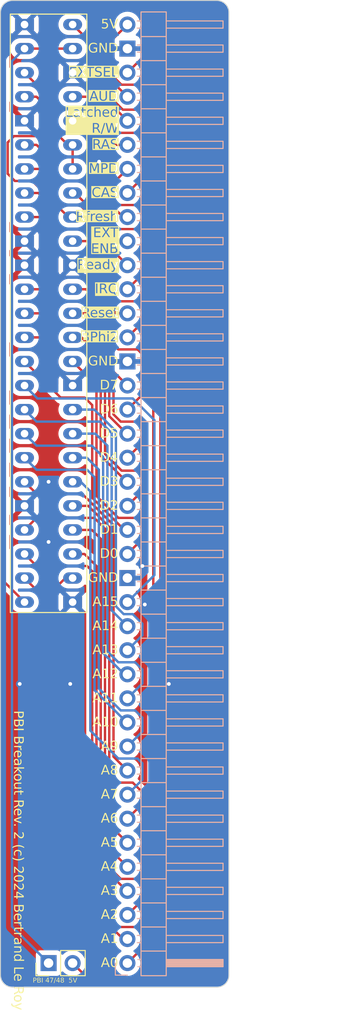
<source format=kicad_pcb>
(kicad_pcb (version 20221018) (generator pcbnew)
  (title_block (title "PBI Adapter XL") (date "2024-02-11") (rev "2"))
  (layers (0 "F.Cu" signal) (31 "B.Cu" signal) (34 "B.Paste" user) (35 "F.Paste" user) (36 "B.SilkS" user "B.Silkscreen") (37 "F.SilkS" user "F.Silkscreen") (38 "B.Mask" user) (39 "F.Mask" user) (44 "Edge.Cuts" user))
  (net 0 "")
  (net 1 "GND")
  (net 2 "{slash}EXTSEL")
  (net 3 "A0")
  (net 4 "A1")
  (net 5 "A2")
  (net 6 "A3")
  (net 7 "A4")
  (net 8 "A5")
  (net 9 "A6")
  (net 10 "A7")
  (net 11 "A8")
  (net 12 "A9")
  (net 13 "A10")
  (net 14 "A11")
  (net 15 "A12")
  (net 16 "A13")
  (net 17 "A14")
  (net 18 "A15")
  (net 19 "D0")
  (net 20 "D1")
  (net 21 "D2")
  (net 22 "D3")
  (net 23 "D4")
  (net 24 "D5")
  (net 25 "D6")
  (net 26 "D7")
  (net 27 "BPhi2 Buffered Phase 2")
  (net 28 "Reserved")
  (net 29 "{slash}RST Reset")
  (net 30 "{slash}IRQ Interrupt Request")
  (net 31 "RDY Ready")
  (net 32 "EXTENB External Decoder Enable")
  (net 33 "{slash}REF Refresh")
  (net 34 "{slash}CAS Column Address Strobe")
  (net 35 "{slash}MPD Math Pack Disable")
  (net 36 "{slash}RAS Row Address Strobe")
  (net 37 "LR{slash}W Latched Read{slash}Write")
  (net 38 "5V 600XL {slash} Reserved 800XL")
  (net 39 "AUDIO in")
  (net 40 "5V")
  (footprint "Connector_PinHeader_2.54mm:PinHeader_1x02_P2.54mm_Vertical" (layer "F.Cu") (at 132.08 133.35 90)
    (fp_text reference "JP1" hide)
    (fp_text value "Jumper_2_Open" hide)
    (pad "1" thru_hole rect (at 0 0 90) (size 1.7 1.7) (drill 1) (layers "*.Cu" "*.Mask") (net 38 "5V 600XL {slash} Reserved 800XL"))
    (pad "2" thru_hole oval (at 0 2.54 90) (size 1.7 1.7) (drill 1) (layers "*.Cu" "*.Mask") (net 40 "5V"))
  )
  (footprint "bullet-time:PBI Edge Connector" (layer "F.Cu") (at 132.08 64.77 -90)
    (fp_text reference "J1" hide)
    (fp_text value "PBI" hide)
    (pad "1" thru_hole rect (at 30.48 -2.54 270) (size 1.2 2) (drill 0.8) (layers "*.Cu" "*.Mask") (net 1 "GND"))
    (pad "2" thru_hole oval (at 30.48 2.54 270) (size 1.2 2) (drill 0.8) (layers "*.Cu" "*.Mask") (net 2 "{slash}EXTSEL"))
    (pad "3" thru_hole oval (at 27.94 -2.54 270) (size 1.2 2) (drill 0.8) (layers "*.Cu" "*.Mask") (net 3 "A0"))
    (pad "4" thru_hole oval (at 27.94 2.54 270) (size 1.2 2) (drill 0.8) (layers "*.Cu" "*.Mask") (net 4 "A1"))
    (pad "5" thru_hole oval (at 25.4 -2.54 270) (size 1.2 2) (drill 0.8) (layers "*.Cu" "*.Mask") (net 5 "A2"))
    (pad "6" thru_hole oval (at 25.4 2.54 270) (size 1.2 2) (drill 0.8) (layers "*.Cu" "*.Mask") (net 6 "A3"))
    (pad "7" thru_hole oval (at 22.86 -2.54 270) (size 1.2 2) (drill 0.8) (layers "*.Cu" "*.Mask") (net 7 "A4"))
    (pad "8" thru_hole oval (at 22.86 2.54 270) (size 1.2 2) (drill 0.8) (layers "*.Cu" "*.Mask") (net 8 "A5"))
    (pad "9" thru_hole oval (at 20.32 -2.54 270) (size 1.2 2) (drill 0.8) (layers "*.Cu" "*.Mask") (net 9 "A6"))
    (pad "10" thru_hole rect (at 20.32 2.54 270) (size 1.2 2) (drill 0.8) (layers "*.Cu" "*.Mask") (net 1 "GND"))
    (pad "11" thru_hole oval (at 17.78 -2.54 270) (size 1.2 2) (drill 0.8) (layers "*.Cu" "*.Mask") (net 10 "A7"))
    (pad "12" thru_hole oval (at 17.78 2.54 270) (size 1.2 2) (drill 0.8) (layers "*.Cu" "*.Mask") (net 11 "A8"))
    (pad "13" thru_hole oval (at 15.24 -2.54 270) (size 1.2 2) (drill 0.8) (layers "*.Cu" "*.Mask") (net 12 "A9"))
    (pad "14" thru_hole oval (at 15.24 2.54 270) (size 1.2 2) (drill 0.8) (layers "*.Cu" "*.Mask") (net 13 "A10"))
    (pad "15" thru_hole oval (at 12.7 -2.54 270) (size 1.2 2) (drill 0.8) (layers "*.Cu" "*.Mask") (net 14 "A11"))
    (pad "16" thru_hole oval (at 12.7 2.54 270) (size 1.2 2) (drill 0.8) (layers "*.Cu" "*.Mask") (net 15 "A12"))
    (pad "17" thru_hole oval (at 10.16 -2.54 270) (size 1.2 2) (drill 0.8) (layers "*.Cu" "*.Mask") (net 16 "A13"))
    (pad "18" thru_hole oval (at 10.16 2.54 270) (size 1.2 2) (drill 0.8) (layers "*.Cu" "*.Mask") (net 17 "A14"))
    (pad "19" thru_hole rect (at 7.62 -2.54 270) (size 1.2 2) (drill 0.8) (layers "*.Cu" "*.Mask") (net 1 "GND"))
    (pad "20" thru_hole oval (at 7.62 2.54 270) (size 1.2 2) (drill 0.8) (layers "*.Cu" "*.Mask") (net 18 "A15"))
    (pad "21" thru_hole oval (at 5.08 -2.54 270) (size 1.2 2) (drill 0.8) (layers "*.Cu" "*.Mask") (net 19 "D0"))
    (pad "22" thru_hole oval (at 5.08 2.54 270) (size 1.2 2) (drill 0.8) (layers "*.Cu" "*.Mask") (net 20 "D1"))
    (pad "23" thru_hole oval (at 2.54 -2.54 270) (size 1.2 2) (drill 0.8) (layers "*.Cu" "*.Mask") (net 21 "D2"))
    (pad "24" thru_hole oval (at 2.54 2.54 270) (size 1.2 2) (drill 0.8) (layers "*.Cu" "*.Mask") (net 22 "D3"))
    (pad "25" thru_hole oval (at 0 -2.54 270) (size 1.2 2) (drill 0.8) (layers "*.Cu" "*.Mask") (net 23 "D4"))
    (pad "26" thru_hole oval (at 0 2.54 270) (size 1.2 2) (drill 0.8) (layers "*.Cu" "*.Mask") (net 24 "D5"))
    (pad "27" thru_hole oval (at -2.54 -2.54 270) (size 1.2 2) (drill 0.8) (layers "*.Cu" "*.Mask") (net 25 "D6"))
    (pad "28" thru_hole oval (at -2.54 2.54 270) (size 1.2 2) (drill 0.8) (layers "*.Cu" "*.Mask") (net 26 "D7"))
    (pad "29" thru_hole rect (at -5.08 -2.54 270) (size 1.2 2) (drill 0.8) (layers "*.Cu" "*.Mask") (net 1 "GND"))
    (pad "30" thru_hole rect (at -5.08 2.54 270) (size 1.2 2) (drill 0.8) (layers "*.Cu" "*.Mask") (net 1 "GND"))
    (pad "31" thru_hole oval (at -7.62 -2.54 270) (size 1.2 2) (drill 0.8) (layers "*.Cu" "*.Mask") (net 27 "BPhi2 Buffered Phase 2"))
    (pad "32" thru_hole rect (at -7.62 2.54 270) (size 1.2 2) (drill 0.8) (layers "*.Cu" "*.Mask") (net 1 "GND"))
    (pad "33" thru_hole oval (at -10.16 -2.54 270) (size 1.2 2) (drill 0.8) (layers "*.Cu" "*.Mask") (net 28 "Reserved"))
    (pad "34" thru_hole oval (at -10.16 2.54 270) (size 1.2 2) (drill 0.8) (layers "*.Cu" "*.Mask") (net 29 "{slash}RST Reset"))
    (pad "35" thru_hole oval (at -12.7 -2.54 270) (size 1.2 2) (drill 0.8) (layers "*.Cu" "*.Mask") (net 30 "{slash}IRQ Interrupt Request"))
    (pad "36" thru_hole oval (at -12.7 2.54 270) (size 1.2 2) (drill 0.8) (layers "*.Cu" "*.Mask") (net 31 "RDY Ready"))
    (pad "37" thru_hole oval (at -15.24 -2.54 270) (size 1.2 2) (drill 0.8) (layers "*.Cu" "*.Mask") (net 28 "Reserved"))
    (pad "38" thru_hole oval (at -15.24 2.54 270) (size 1.2 2) (drill 0.8) (layers "*.Cu" "*.Mask") (net 32 "EXTENB External Decoder Enable"))
    (pad "39" thru_hole oval (at -17.78 -2.54 270) (size 1.2 2) (drill 0.8) (layers "*.Cu" "*.Mask") (net 28 "Reserved"))
    (pad "40" thru_hole oval (at -17.78 2.54 270) (size 1.2 2) (drill 0.8) (layers "*.Cu" "*.Mask") (net 33 "{slash}REF Refresh"))
    (pad "41" thru_hole oval (at -20.32 -2.54 270) (size 1.2 2) (drill 0.8) (layers "*.Cu" "*.Mask") (net 34 "{slash}CAS Column Address Strobe"))
    (pad "42" thru_hole rect (at -20.32 2.54 270) (size 1.2 2) (drill 0.8) (layers "*.Cu" "*.Mask") (net 1 "GND"))
    (pad "43" thru_hole oval (at -22.86 -2.54 270) (size 1.2 2) (drill 0.8) (layers "*.Cu" "*.Mask") (net 35 "{slash}MPD Math Pack Disable"))
    (pad "44" thru_hole oval (at -22.86 2.54 270) (size 1.2 2) (drill 0.8) (layers "*.Cu" "*.Mask") (net 36 "{slash}RAS Row Address Strobe"))
    (pad "45" thru_hole rect (at -25.4 -2.54 270) (size 1.2 2) (drill 0.8) (layers "*.Cu" "*.Mask") (net 1 "GND"))
    (pad "46" thru_hole oval (at -25.4 2.54 270) (size 1.2 2) (drill 0.8) (layers "*.Cu" "*.Mask") (net 37 "LR{slash}W Latched Read{slash}Write"))
    (pad "47" thru_hole oval (at -27.94 -2.54 270) (size 1.2 2) (drill 0.8) (layers "*.Cu" "*.Mask") (net 38 "5V 600XL {slash} Reserved 800XL"))
    (pad "48" thru_hole oval (at -27.94 2.54 270) (size 1.2 2) (drill 0.8) (layers "*.Cu" "*.Mask") (net 38 "5V 600XL {slash} Reserved 800XL"))
    (pad "49" thru_hole oval (at -30.48 -2.54 270) (size 1.2 2) (drill 0.8) (layers "*.Cu" "*.Mask") (net 39 "AUDIO in"))
    (pad "50" thru_hole rect (at -30.48 2.54 270) (size 1.2 2) (drill 0.8) (layers "*.Cu" "*.Mask") (net 1 "GND"))
  )
  (footprint "Connector_PinHeader_2.54mm:PinHeader_1x40_P2.54mm_Horizontal" (layer "B.Cu") (at 140.405 133.35)
    (fp_text reference "J3" hide)
    (fp_text value "Breakout" hide)
    (pad "1" thru_hole circle (at 0 0) (size 1.7 1.7) (drill 1) (layers "*.Cu" "*.Mask") (net 3 "A0"))
    (pad "2" thru_hole oval (at 0 -2.54) (size 1.7 1.7) (drill 1) (layers "*.Cu" "*.Mask") (net 4 "A1"))
    (pad "3" thru_hole oval (at 0 -5.08) (size 1.7 1.7) (drill 1) (layers "*.Cu" "*.Mask") (net 5 "A2"))
    (pad "4" thru_hole oval (at 0 -7.62) (size 1.7 1.7) (drill 1) (layers "*.Cu" "*.Mask") (net 6 "A3"))
    (pad "5" thru_hole oval (at 0 -10.16) (size 1.7 1.7) (drill 1) (layers "*.Cu" "*.Mask") (net 7 "A4"))
    (pad "6" thru_hole oval (at 0 -12.7) (size 1.7 1.7) (drill 1) (layers "*.Cu" "*.Mask") (net 8 "A5"))
    (pad "7" thru_hole oval (at 0 -15.24) (size 1.7 1.7) (drill 1) (layers "*.Cu" "*.Mask") (net 9 "A6"))
    (pad "8" thru_hole oval (at 0 -17.78) (size 1.7 1.7) (drill 1) (layers "*.Cu" "*.Mask") (net 10 "A7"))
    (pad "9" thru_hole oval (at 0 -20.32) (size 1.7 1.7) (drill 1) (layers "*.Cu" "*.Mask") (net 11 "A8"))
    (pad "10" thru_hole oval (at 0 -22.86) (size 1.7 1.7) (drill 1) (layers "*.Cu" "*.Mask") (net 12 "A9"))
    (pad "11" thru_hole oval (at 0 -25.4) (size 1.7 1.7) (drill 1) (layers "*.Cu" "*.Mask") (net 13 "A10"))
    (pad "12" thru_hole oval (at 0 -27.94) (size 1.7 1.7) (drill 1) (layers "*.Cu" "*.Mask") (net 14 "A11"))
    (pad "13" thru_hole oval (at 0 -30.48) (size 1.7 1.7) (drill 1) (layers "*.Cu" "*.Mask") (net 15 "A12"))
    (pad "14" thru_hole oval (at 0 -33.02) (size 1.7 1.7) (drill 1) (layers "*.Cu" "*.Mask") (net 16 "A13"))
    (pad "15" thru_hole oval (at 0 -35.56) (size 1.7 1.7) (drill 1) (layers "*.Cu" "*.Mask") (net 17 "A14"))
    (pad "16" thru_hole oval (at 0 -38.1) (size 1.7 1.7) (drill 1) (layers "*.Cu" "*.Mask") (net 18 "A15"))
    (pad "17" thru_hole rect (at 0 -40.64) (size 1.7 1.7) (drill 1) (layers "*.Cu" "*.Mask") (net 1 "GND"))
    (pad "18" thru_hole oval (at 0 -43.18) (size 1.7 1.7) (drill 1) (layers "*.Cu" "*.Mask") (net 19 "D0"))
    (pad "19" thru_hole oval (at 0 -45.72) (size 1.7 1.7) (drill 1) (layers "*.Cu" "*.Mask") (net 20 "D1"))
    (pad "20" thru_hole oval (at 0 -48.26) (size 1.7 1.7) (drill 1) (layers "*.Cu" "*.Mask") (net 21 "D2"))
    (pad "21" thru_hole oval (at 0 -50.8) (size 1.7 1.7) (drill 1) (layers "*.Cu" "*.Mask") (net 22 "D3"))
    (pad "22" thru_hole oval (at 0 -53.34) (size 1.7 1.7) (drill 1) (layers "*.Cu" "*.Mask") (net 23 "D4"))
    (pad "23" thru_hole oval (at 0 -55.88) (size 1.7 1.7) (drill 1) (layers "*.Cu" "*.Mask") (net 24 "D5"))
    (pad "24" thru_hole oval (at 0 -58.42) (size 1.7 1.7) (drill 1) (layers "*.Cu" "*.Mask") (net 25 "D6"))
    (pad "25" thru_hole oval (at 0 -60.96) (size 1.7 1.7) (drill 1) (layers "*.Cu" "*.Mask") (net 26 "D7"))
    (pad "26" thru_hole rect (at 0 -63.5) (size 1.7 1.7) (drill 1) (layers "*.Cu" "*.Mask") (net 1 "GND"))
    (pad "27" thru_hole oval (at 0 -66.04) (size 1.7 1.7) (drill 1) (layers "*.Cu" "*.Mask") (net 27 "BPhi2 Buffered Phase 2"))
    (pad "28" thru_hole oval (at 0 -68.58) (size 1.7 1.7) (drill 1) (layers "*.Cu" "*.Mask") (net 29 "{slash}RST Reset"))
    (pad "29" thru_hole oval (at 0 -71.12) (size 1.7 1.7) (drill 1) (layers "*.Cu" "*.Mask") (net 30 "{slash}IRQ Interrupt Request"))
    (pad "30" thru_hole oval (at 0 -73.66) (size 1.7 1.7) (drill 1) (layers "*.Cu" "*.Mask") (net 31 "RDY Ready"))
    (pad "31" thru_hole oval (at 0 -76.2) (size 1.7 1.7) (drill 1) (layers "*.Cu" "*.Mask") (net 32 "EXTENB External Decoder Enable"))
    (pad "32" thru_hole oval (at 0 -78.74) (size 1.7 1.7) (drill 1) (layers "*.Cu" "*.Mask") (net 33 "{slash}REF Refresh"))
    (pad "33" thru_hole oval (at 0 -81.28) (size 1.7 1.7) (drill 1) (layers "*.Cu" "*.Mask") (net 34 "{slash}CAS Column Address Strobe"))
    (pad "34" thru_hole oval (at 0 -83.82) (size 1.7 1.7) (drill 1) (layers "*.Cu" "*.Mask") (net 35 "{slash}MPD Math Pack Disable"))
    (pad "35" thru_hole oval (at 0 -86.36) (size 1.7 1.7) (drill 1) (layers "*.Cu" "*.Mask") (net 36 "{slash}RAS Row Address Strobe"))
    (pad "36" thru_hole oval (at 0 -88.9) (size 1.7 1.7) (drill 1) (layers "*.Cu" "*.Mask") (net 37 "LR{slash}W Latched Read{slash}Write"))
    (pad "37" thru_hole oval (at 0 -91.44) (size 1.7 1.7) (drill 1) (layers "*.Cu" "*.Mask") (net 39 "AUDIO in"))
    (pad "38" thru_hole oval (at 0 -93.98) (size 1.7 1.7) (drill 1) (layers "*.Cu" "*.Mask") (net 2 "{slash}EXTSEL"))
    (pad "39" thru_hole rect (at 0 -96.52) (size 1.7 1.7) (drill 1) (layers "*.Cu" "*.Mask") (net 1 "GND"))
    (pad "40" thru_hole oval (at 0 -99.06) (size 1.7 1.7) (drill 1) (layers "*.Cu" "*.Mask") (net 40 "5V"))
  )
  (gr_line (start 149.86 31.75) (end 128.27 31.75) (stroke (width 0.1)) (layer "Edge.Cuts"))
  (gr_line (start 151.13 134.62) (end 151.13 33.02) (stroke (width 0.1)) (layer "Edge.Cuts"))
  (gr_arc (start 151.13 134.62) (mid 150.758026 135.518026) (end 149.86 135.89) (stroke (width 0.1)) (layer "Edge.Cuts"))
  (gr_arc (start 128.27 135.89) (mid 127.371974 135.518026) (end 127 134.62) (stroke (width 0.1)) (layer "Edge.Cuts"))
  (gr_line (start 127 33.02) (end 127 134.62) (stroke (width 0.1)) (layer "Edge.Cuts"))
  (gr_arc (start 127 33.02) (mid 127.371974 32.121974) (end 128.27 31.75) (stroke (width 0.1)) (layer "Edge.Cuts"))
  (gr_arc (start 149.86 31.75) (mid 150.758026 32.121974) (end 151.13 33.02) (stroke (width 0.1)) (layer "Edge.Cuts"))
  (gr_line (start 128.27 135.89) (end 149.86 135.89) (stroke (width 0.1)) (layer "Edge.Cuts"))
  (gr_text "IRQ" (at 139.446 62.23) (layer "F.SilkS" knockout) (effects (font (size 1 1)) (justify right)))
  (gr_text "D1" (at 139.446 87.63) (layer "F.SilkS") (effects (font (size 1 1)) (justify right)))
  (gr_text "5V" (at 139.446 34.29) (layer "F.SilkS") (effects (font (size 1 1)) (justify right)))
  (gr_text "D2" (at 139.446 85.09) (layer "F.SilkS") (effects (font (size 1 1)) (justify right)))
  (gr_text "A14" (at 139.446 97.79) (layer "F.SilkS") (effects (font (size 1 1)) (justify right)))
  (gr_text "Reset" (at 139.446 64.77) (layer "F.SilkS" knockout) (effects (font (size 1 1)) (justify right)))
  (gr_text "RAS" (at 139.446 46.99) (layer "F.SilkS" knockout) (effects (font (size 1 1)) (justify right)))
  (gr_text "GND" (at 139.446 36.83) (layer "F.SilkS") (effects (font (size 1 1)) (justify right)))
  (gr_text "Ready" (at 139.446 59.69) (layer "F.SilkS" knockout) (effects (font (size 1 1)) (justify right)))
  (gr_text "A11" (at 139.446 105.41) (layer "F.SilkS") (effects (font (size 1 1)) (justify right)))
  (gr_text "BPhi2" (at 139.446 67.31) (layer "F.SilkS" knockout) (effects (font (size 1 1)) (justify right)))
  (gr_text "PBI 47/48" (at 132.08 134.9) (layer "F.SilkS") (effects (font (size 0.5 0.5)) (justify top)))
  (gr_text "A6" (at 139.446 118.11) (layer "F.SilkS") (effects (font (size 1 1)) (justify right)))
  (gr_text "Rfresh" (at 139.446 54.61) (layer "F.SilkS" knockout) (effects (font (size 1 1)) (justify right)))
  (gr_text "A3" (at 139.446 125.73) (layer "F.SilkS") (effects (font (size 1 1)) (justify right)))
  (gr_text "A15" (at 139.446 95.25) (layer "F.SilkS") (effects (font (size 1 1)) (justify right)))
  (gr_text "D0" (at 139.446 90.17) (layer "F.SilkS") (effects (font (size 1 1)) (justify right)))
  (gr_text "PBI Breakout Rev. 2 (c) 2024 Bertrand Le Roy" (at 128.27 106.68 270) (layer "F.SilkS") (effects (font (size 1 1)) (justify left bottom)))
  (gr_text "A0" (at 139.446 133.35) (layer "F.SilkS") (effects (font (size 1 1)) (justify right)))
  (gr_text "D5" (at 139.446 77.47) (layer "F.SilkS") (effects (font (size 1 1)) (justify right)))
  (gr_text "A9" (at 139.446 110.49) (layer "F.SilkS") (effects (font (size 1 1)) (justify right)))
  (gr_text "GND" (at 139.446 92.71) (layer "F.SilkS") (effects (font (size 1 1)) (justify right)))
  (gr_text "AUD" (at 139.446 41.91) (layer "F.SilkS" knockout) (effects (font (size 1 1)) (justify right)))
  (gr_text "A13" (at 139.446 100.33) (layer "F.SilkS") (effects (font (size 1 1)) (justify right)))
  (gr_text "D6" (at 139.446 74.93) (layer "F.SilkS") (effects (font (size 1 1)) (justify right)))
  (gr_text "D7" (at 139.446 72.39) (layer "F.SilkS") (effects (font (size 1 1)) (justify right)))
  (gr_text "A2" (at 139.446 128.27) (layer "F.SilkS") (effects (font (size 1 1)) (justify right)))
  (gr_text "A12" (at 139.446 102.87) (layer "F.SilkS") (effects (font (size 1 1)) (justify right)))
  (gr_text "A8" (at 139.446 113.03) (layer "F.SilkS") (effects (font (size 1 1)) (justify right)))
  (gr_text "A5" (at 139.446 120.65) (layer "F.SilkS") (effects (font (size 1 1)) (justify right)))
  (gr_text "Latched\nR/W" (at 139.446 44.45) (layer "F.SilkS" knockout) (effects (font (size 1 1)) (justify right)))
  (gr_text "D3" (at 139.446 82.55) (layer "F.SilkS") (effects (font (size 1 1)) (justify right)))
  (gr_text "EXTSEL" (at 139.446 39.37) (layer "F.SilkS" knockout) (effects (font (size 1 1)) (justify right)))
  (gr_text "A4" (at 139.446 123.19) (layer "F.SilkS") (effects (font (size 1 1)) (justify right)))
  (gr_text "A7" (at 139.446 115.57) (layer "F.SilkS") (effects (font (size 1 1)) (justify right)))
  (gr_text "5V" (at 134.65 134.9) (layer "F.SilkS") (effects (font (size 0.5 0.5)) (justify top)))
  (gr_text "A1" (at 139.446 130.81) (layer "F.SilkS") (effects (font (size 1 1)) (justify right)))
  (gr_text "GND" (at 139.446 69.85) (layer "F.SilkS") (effects (font (size 1 1)) (justify right)))
  (gr_text "A10" (at 139.446 107.95) (layer "F.SilkS") (effects (font (size 1 1)) (justify right)))
  (gr_text "CAS" (at 139.446 52.07) (layer "F.SilkS" knockout) (effects (font (size 1 1)) (justify right)))
  (gr_text "D4" (at 139.446 80.01) (layer "F.SilkS") (effects (font (size 1 1)) (justify right)))
  (gr_text "EXT\nENB" (at 139.446 57.15) (layer "F.SilkS" knockout) (effects (font (size 1 1)) (justify right)))
  (gr_text "MPD" (at 139.446 49.53) (layer "F.SilkS" knockout) (effects (font (size 1 1)) (justify right)))
  (via (at 132.08 88.9) (size 0.8) (drill 0.4) (layers "F.Cu" "B.Cu") (net 1))
  (via (at 137.414 48.768) (size 0.8) (drill 0.4) (layers "F.Cu" "B.Cu") (net 1))
  (via (at 142.24 95.504) (size 0.8) (drill 0.4) (layers "F.Cu" "B.Cu") (net 1))
  (via (at 132.08 82.55) (size 0.8) (drill 0.4) (layers "F.Cu" "B.Cu") (net 1))
  (via (at 141.986 91.44) (size 0.8) (drill 0.4) (layers "F.Cu" "B.Cu") (net 1))
  (via (at 129.032 103.886) (size 0.8) (drill 0.4) (layers "F.Cu" "B.Cu") (net 1))
  (via (at 134.366 103.886) (size 0.8) (drill 0.4) (layers "F.Cu" "B.Cu") (net 1))
  (via (at 144.78 103.886) (size 0.8) (drill 0.4) (layers "F.Cu" "B.Cu") (net 1))
  (segment (start 141.478 32.766) (end 141.986 33.274) (width 0.25) (layer "F.Cu") (net 2))
  (segment (start 141.986 37.789) (end 140.405 39.37) (width 0.25) (layer "F.Cu") (net 2))
  (segment (start 141.986 33.274) (end 141.986 37.789) (width 0.25) (layer "F.Cu") (net 2))
  (segment (start 127.312 33.978) (end 128.524 32.766) (width 0.25) (layer "F.Cu") (net 2))
  (segment (start 128.524 32.766) (end 141.478 32.766) (width 0.25) (layer "F.Cu") (net 2))
  (segment (start 129.54 95.25) (end 127.312 93.022) (width 0.25) (layer "F.Cu") (net 2))
  (segment (start 127.312 93.022) (end 127.312 33.978) (width 0.25) (layer "F.Cu") (net 2))
  (segment (start 133.858 92.71) (end 132.334 94.234) (width 0.25) (layer "F.Cu") (net 3))
  (segment (start 141.224 129.54) (end 141.986 130.302) (width 0.25) (layer "F.Cu") (net 3))
  (segment (start 134.62 92.71) (end 133.858 92.71) (width 0.25) (layer "F.Cu") (net 3))
  (segment (start 141.986 130.302) (end 141.986 131.769) (width 0.25) (layer "F.Cu") (net 3))
  (segment (start 132.334 94.234) (end 132.334 122.428) (width 0.25) (layer "F.Cu") (net 3))
  (segment (start 141.986 131.769) (end 140.405 133.35) (width 0.25) (layer "F.Cu") (net 3))
  (segment (start 139.446 129.54) (end 141.224 129.54) (width 0.25) (layer "F.Cu") (net 3))
  (segment (start 132.334 122.428) (end 139.446 129.54) (width 0.25) (layer "F.Cu") (net 3))
  (segment (start 131.884 122.74) (end 139.954 130.81) (width 0.25) (layer "F.Cu") (net 4))
  (segment (start 139.954 130.81) (end 140.405 130.81) (width 0.25) (layer "F.Cu") (net 4))
  (segment (start 131.884 95.054) (end 131.884 122.74) (width 0.25) (layer "F.Cu") (net 4))
  (segment (start 129.54 92.71) (end 131.884 95.054) (width 0.25) (layer "F.Cu") (net 4))
  (segment (start 141.986 126.689) (end 140.405 128.27) (width 0.25) (layer "F.Cu") (net 5))
  (segment (start 141.986 125.222) (end 141.986 126.689) (width 0.25) (layer "F.Cu") (net 5))
  (segment (start 141.224 124.46) (end 141.986 125.222) (width 0.25) (layer "F.Cu") (net 5))
  (segment (start 137.138 121.898) (end 139.7 124.46) (width 0.25) (layer "F.Cu") (net 5))
  (segment (start 135.868 90.17) (end 137.138 91.44) (width 0.25) (layer "F.Cu") (net 5))
  (segment (start 137.138 91.44) (end 137.138 121.898) (width 0.25) (layer "F.Cu") (net 5))
  (segment (start 134.62 90.17) (end 135.868 90.17) (width 0.25) (layer "F.Cu") (net 5))
  (segment (start 139.7 124.46) (end 141.224 124.46) (width 0.25) (layer "F.Cu") (net 5))
  (segment (start 136.688 91.984) (end 136.688 122.084396) (width 0.25) (layer "F.Cu") (net 6))
  (segment (start 129.54 90.17) (end 130.81 91.44) (width 0.25) (layer "F.Cu") (net 6))
  (segment (start 140.333604 125.73) (end 140.405 125.73) (width 0.25) (layer "F.Cu") (net 6))
  (segment (start 136.688 122.084396) (end 140.333604 125.73) (width 0.25) (layer "F.Cu") (net 6))
  (segment (start 136.144 91.44) (end 136.688 91.984) (width 0.25) (layer "F.Cu") (net 6))
  (segment (start 130.81 91.44) (end 136.144 91.44) (width 0.25) (layer "F.Cu") (net 6))
  (segment (start 134.62 87.63) (end 136.652 87.63) (width 0.25) (layer "F.Cu") (net 7))
  (segment (start 137.588 120.373) (end 140.405 123.19) (width 0.25) (layer "F.Cu") (net 7))
  (segment (start 136.652 87.63) (end 137.588 88.566) (width 0.25) (layer "F.Cu") (net 7))
  (segment (start 137.588 88.566) (end 137.588 120.373) (width 0.25) (layer "F.Cu") (net 7))
  (segment (start 138.038 118.283) (end 140.405 120.65) (width 0.25) (layer "F.Cu") (net 8))
  (segment (start 129.54 87.63) (end 130.81 86.36) (width 0.25) (layer "F.Cu") (net 8))
  (segment (start 130.81 86.36) (end 136.900416 86.36) (width 0.25) (layer "F.Cu") (net 8))
  (segment (start 136.900416 86.36) (end 138.038 87.497584) (width 0.25) (layer "F.Cu") (net 8))
  (segment (start 138.038 87.497584) (end 138.038 118.283) (width 0.25) (layer "F.Cu") (net 8))
  (segment (start 138.488 113.342) (end 139.446 114.3) (width 0.25) (layer "F.Cu") (net 9))
  (segment (start 140.97 114.3) (end 141.986 115.316) (width 0.25) (layer "F.Cu") (net 9))
  (segment (start 141.986 115.316) (end 141.986 116.529) (width 0.25) (layer "F.Cu") (net 9))
  (segment (start 136.266812 85.09) (end 138.488 87.311188) (width 0.25) (layer "F.Cu") (net 9))
  (segment (start 139.446 114.3) (end 140.97 114.3) (width 0.25) (layer "F.Cu") (net 9))
  (segment (start 141.986 116.529) (end 140.405 118.11) (width 0.25) (layer "F.Cu") (net 9))
  (segment (start 134.62 85.09) (end 136.266812 85.09) (width 0.25) (layer "F.Cu") (net 9))
  (segment (start 138.488 87.311188) (end 138.488 113.342) (width 0.25) (layer "F.Cu") (net 9))
  (segment (start 141.986 112.268) (end 141.986 113.989) (width 0.25) (layer "B.Cu") (net 10))
  (segment (start 141.478 111.76) (end 141.986 112.268) (width 0.25) (layer "B.Cu") (net 10))
  (segment (start 136.492 83.566) (end 136.492 108.806) (width 0.25) (layer "B.Cu") (net 10))
  (segment (start 134.62 82.55) (end 135.476 82.55) (width 0.25) (layer "B.Cu") (net 10))
  (segment (start 139.446 111.76) (end 141.478 111.76) (width 0.25) (layer "B.Cu") (net 10))
  (segment (start 136.492 108.806) (end 139.446 111.76) (width 0.25) (layer "B.Cu") (net 10))
  (segment (start 141.986 113.989) (end 140.405 115.57) (width 0.25) (layer "B.Cu") (net 10))
  (segment (start 135.476 82.55) (end 136.492 83.566) (width 0.25) (layer "B.Cu") (net 10))
  (segment (start 138.938 87.124792) (end 138.938 111.563) (width 0.25) (layer "F.Cu") (net 11))
  (segment (start 135.633208 83.82) (end 138.938 87.124792) (width 0.25) (layer "F.Cu") (net 11))
  (segment (start 130.81 83.82) (end 135.633208 83.82) (width 0.25) (layer "F.Cu") (net 11))
  (segment (start 129.54 82.55) (end 130.81 83.82) (width 0.25) (layer "F.Cu") (net 11))
  (segment (start 138.938 111.563) (end 140.405 113.03) (width 0.25) (layer "F.Cu") (net 11))
  (segment (start 134.62 80.01) (end 136.122 80.01) (width 0.25) (layer "B.Cu") (net 12))
  (segment (start 137.392 81.28) (end 137.392 104.372) (width 0.25) (layer "B.Cu") (net 12))
  (segment (start 136.122 80.01) (end 137.392 81.28) (width 0.25) (layer "B.Cu") (net 12))
  (segment (start 141.224 106.68) (end 141.986 107.442) (width 0.25) (layer "B.Cu") (net 12))
  (segment (start 139.7 106.68) (end 141.224 106.68) (width 0.25) (layer "B.Cu") (net 12))
  (segment (start 141.986 108.909) (end 140.405 110.49) (width 0.25) (layer "B.Cu") (net 12))
  (segment (start 137.392 104.372) (end 139.7 106.68) (width 0.25) (layer "B.Cu") (net 12))
  (segment (start 141.986 107.442) (end 141.986 108.909) (width 0.25) (layer "B.Cu") (net 12))
  (segment (start 140.333604 107.95) (end 140.405 107.95) (width 0.25) (layer "B.Cu") (net 13))
  (segment (start 136.144 81.28) (end 136.942 82.078) (width 0.25) (layer "B.Cu") (net 13))
  (segment (start 136.942 82.078) (end 136.942 104.558396) (width 0.25) (layer "B.Cu") (net 13))
  (segment (start 129.54 80.01) (end 130.81 81.28) (width 0.25) (layer "B.Cu") (net 13))
  (segment (start 130.81 81.28) (end 136.144 81.28) (width 0.25) (layer "B.Cu") (net 13))
  (segment (start 136.942 104.558396) (end 140.333604 107.95) (width 0.25) (layer "B.Cu") (net 13))
  (segment (start 134.62 77.47) (end 137.022 77.47) (width 0.25) (layer "B.Cu") (net 14))
  (segment (start 141.224 101.6) (end 141.986 102.362) (width 0.25) (layer "B.Cu") (net 14))
  (segment (start 141.986 103.829) (end 140.405 105.41) (width 0.25) (layer "B.Cu") (net 14))
  (segment (start 139.446 101.6) (end 141.224 101.6) (width 0.25) (layer "B.Cu") (net 14))
  (segment (start 141.986 102.362) (end 141.986 103.829) (width 0.25) (layer "B.Cu") (net 14))
  (segment (start 138.292 100.446) (end 139.446 101.6) (width 0.25) (layer "B.Cu") (net 14))
  (segment (start 137.022 77.47) (end 138.292 78.74) (width 0.25) (layer "B.Cu") (net 14))
  (segment (start 138.292 78.74) (end 138.292 100.446) (width 0.25) (layer "B.Cu") (net 14))
  (segment (start 137.842 79.93) (end 137.842 100.632396) (width 0.25) (layer "B.Cu") (net 15))
  (segment (start 129.54 77.47) (end 130.81 78.74) (width 0.25) (layer "B.Cu") (net 15))
  (segment (start 130.81 78.74) (end 136.652 78.74) (width 0.25) (layer "B.Cu") (net 15))
  (segment (start 137.842 100.632396) (end 140.079604 102.87) (width 0.25) (layer "B.Cu") (net 15))
  (segment (start 140.079604 102.87) (end 140.405 102.87) (width 0.25) (layer "B.Cu") (net 15))
  (segment (start 136.652 78.74) (end 137.842 79.93) (width 0.25) (layer "B.Cu") (net 15))
  (segment (start 141.986 98.749) (end 140.405 100.33) (width 0.25) (layer "B.Cu") (net 16))
  (segment (start 136.906 74.93) (end 139.192 77.216) (width 0.25) (layer "B.Cu") (net 16))
  (segment (start 134.62 74.93) (end 136.906 74.93) (width 0.25) (layer "B.Cu") (net 16))
  (segment (start 140.013299 96.52) (end 140.97 96.52) (width 0.25) (layer "B.Cu") (net 16))
  (segment (start 140.97 96.52) (end 141.986 97.536) (width 0.25) (layer "B.Cu") (net 16))
  (segment (start 139.192 95.698701) (end 140.013299 96.52) (width 0.25) (layer "B.Cu") (net 16))
  (segment (start 141.986 97.536) (end 141.986 98.749) (width 0.25) (layer "B.Cu") (net 16))
  (segment (start 139.192 77.216) (end 139.192 95.698701) (width 0.25) (layer "B.Cu") (net 16))
  (segment (start 129.54 74.93) (end 130.81 76.2) (width 0.25) (layer "B.Cu") (net 17))
  (segment (start 138.742 96.127) (end 140.405 97.79) (width 0.25) (layer "B.Cu") (net 17))
  (segment (start 137.539604 76.2) (end 138.742 77.402396) (width 0.25) (layer "B.Cu") (net 17))
  (segment (start 138.742 77.402396) (end 138.742 96.127) (width 0.25) (layer "B.Cu") (net 17))
  (segment (start 130.81 76.2) (end 137.539604 76.2) (width 0.25) (layer "B.Cu") (net 17))
  (segment (start 130.905 73.755) (end 140.97 73.755) (width 0.25) (layer "B.Cu") (net 18))
  (segment (start 143.256 76.041) (end 143.256 92.399) (width 0.25) (layer "B.Cu") (net 18))
  (segment (start 140.97 73.755) (end 143.256 76.041) (width 0.25) (layer "B.Cu") (net 18))
  (segment (start 143.256 92.399) (end 140.405 95.25) (width 0.25) (layer "B.Cu") (net 18))
  (segment (start 129.54 72.39) (end 130.905 73.755) (width 0.25) (layer "B.Cu") (net 18))
  (segment (start 134.62 69.85) (end 134.62 69.852792) (width 0.25) (layer "F.Cu") (net 19))
  (segment (start 137.138 84.052) (end 139.446 86.36) (width 0.25) (layer "F.Cu") (net 19))
  (segment (start 139.446 86.36) (end 141.224 86.36) (width 0.25) (layer "F.Cu") (net 19))
  (segment (start 141.986 88.589) (end 140.405 90.17) (width 0.25) (layer "F.Cu") (net 19))
  (segment (start 141.224 86.36) (end 141.986 87.122) (width 0.25) (layer "F.Cu") (net 19))
  (segment (start 141.986 87.122) (end 141.986 88.589) (width 0.25) (layer "F.Cu") (net 19))
  (segment (start 137.138 72.370792) (end 137.138 84.052) (width 0.25) (layer "F.Cu") (net 19))
  (segment (start 134.62 69.852792) (end 137.138 72.370792) (width 0.25) (layer "F.Cu") (net 19))
  (segment (start 129.54 69.85) (end 130.048 69.85) (width 0.25) (layer "F.Cu") (net 20))
  (segment (start 135.89 73.66) (end 136.688 74.458) (width 0.25) (layer "F.Cu") (net 20))
  (segment (start 129.54 69.85) (end 133.35 73.66) (width 0.25) (layer "F.Cu") (net 20))
  (segment (start 133.35 73.66) (end 135.89 73.66) (width 0.25) (layer "F.Cu") (net 20))
  (segment (start 136.688 84.238396) (end 140.079604 87.63) (width 0.25) (layer "F.Cu") (net 20))
  (segment (start 140.079604 87.63) (end 140.405 87.63) (width 0.25) (layer "F.Cu") (net 20))
  (segment (start 136.688 74.458) (end 136.688 84.238396) (width 0.25) (layer "F.Cu") (net 20))
  (segment (start 139.795 81.375) (end 141.319 81.375) (width 0.25) (layer "F.Cu") (net 21))
  (segment (start 141.986 83.509) (end 140.405 85.09) (width 0.25) (layer "F.Cu") (net 21))
  (segment (start 136.826 70.786) (end 138.038 71.998) (width 0.25) (layer "F.Cu") (net 21))
  (segment (start 141.986 82.042) (end 141.986 83.509) (width 0.25) (layer "F.Cu") (net 21))
  (segment (start 138.038 79.618) (end 139.795 81.375) (width 0.25) (layer "F.Cu") (net 21))
  (segment (start 136.826 68.58) (end 136.826 70.786) (width 0.25) (layer "F.Cu") (net 21))
  (segment (start 134.62 67.31) (end 135.556 67.31) (width 0.25) (layer "F.Cu") (net 21))
  (segment (start 141.319 81.375) (end 141.986 82.042) (width 0.25) (layer "F.Cu") (net 21))
  (segment (start 138.038 71.998) (end 138.038 79.618) (width 0.25) (layer "F.Cu") (net 21))
  (segment (start 135.556 67.31) (end 136.826 68.58) (width 0.25) (layer "F.Cu") (net 21))
  (segment (start 136.376 70.972396) (end 137.588 72.184396) (width 0.25) (layer "F.Cu") (net 22))
  (segment (start 137.588 72.184396) (end 137.588 79.804396) (width 0.25) (layer "F.Cu") (net 22))
  (segment (start 136.376 69.32) (end 136.376 70.972396) (width 0.25) (layer "F.Cu") (net 22))
  (segment (start 132.08 67.31) (end 133.35 68.58) (width 0.25) (layer "F.Cu") (net 22))
  (segment (start 129.54 67.31) (end 132.08 67.31) (width 0.25) (layer "F.Cu") (net 22))
  (segment (start 140.333604 82.55) (end 140.405 82.55) (width 0.25) (layer "F.Cu") (net 22))
  (segment (start 133.35 68.58) (end 135.636 68.58) (width 0.25) (layer "F.Cu") (net 22))
  (segment (start 135.636 68.58) (end 136.376 69.32) (width 0.25) (layer "F.Cu") (net 22))
  (segment (start 137.588 79.804396) (end 140.333604 82.55) (width 0.25) (layer "F.Cu") (net 22))
  (segment (start 138.938 71.559396) (end 138.938 75.438) (width 0.25) (layer "F.Cu") (net 23))
  (segment (start 134.62 64.77) (end 136.523604 64.77) (width 0.25) (layer "F.Cu") (net 23))
  (segment (start 137.726 65.972396) (end 137.726 70.347396) (width 0.25) (layer "F.Cu") (net 23))
  (segment (start 136.523604 64.77) (end 137.726 65.972396) (width 0.25) (layer "F.Cu") (net 23))
  (segment (start 137.726 70.347396) (end 138.938 71.559396) (width 0.25) (layer "F.Cu") (net 23))
  (segment (start 138.938 75.438) (end 139.7 76.2) (width 0.25) (layer "F.Cu") (net 23))
  (segment (start 141.224 76.2) (end 141.986 76.962) (width 0.25) (layer "F.Cu") (net 23))
  (segment (start 141.986 78.429) (end 140.405 80.01) (width 0.25) (layer "F.Cu") (net 23))
  (segment (start 139.7 76.2) (end 141.224 76.2) (width 0.25) (layer "F.Cu") (net 23))
  (segment (start 141.986 76.962) (end 141.986 78.429) (width 0.25) (layer "F.Cu") (net 23))
  (segment (start 133.604 66.04) (end 135.89 66.04) (width 0.25) (layer "F.Cu") (net 24))
  (segment (start 137.276 70.533792) (end 138.488 71.745792) (width 0.25) (layer "F.Cu") (net 24))
  (segment (start 135.89 66.04) (end 137.276 67.426) (width 0.25) (layer "F.Cu") (net 24))
  (segment (start 138.488 75.624396) (end 140.333604 77.47) (width 0.25) (layer "F.Cu") (net 24))
  (segment (start 132.334 64.77) (end 133.604 66.04) (width 0.25) (layer "F.Cu") (net 24))
  (segment (start 129.54 64.77) (end 132.334 64.77) (width 0.25) (layer "F.Cu") (net 24))
  (segment (start 137.276 67.426) (end 137.276 70.533792) (width 0.25) (layer "F.Cu") (net 24))
  (segment (start 138.488 71.745792) (end 138.488 75.624396) (width 0.25) (layer "F.Cu") (net 24))
  (segment (start 140.333604 77.47) (end 140.405 77.47) (width 0.25) (layer "F.Cu") (net 24))
  (segment (start 138.938 68.072) (end 139.446 68.58) (width 0.25) (layer "F.Cu") (net 25))
  (segment (start 139.446 68.58) (end 141.478 68.58) (width 0.25) (layer "F.Cu") (net 25))
  (segment (start 134.62 62.23) (end 136.026523 62.23) (width 0.25) (layer "F.Cu") (net 25))
  (segment (start 141.986 73.349) (end 140.405 74.93) (width 0.25) (layer "F.Cu") (net 25))
  (segment (start 141.478 68.58) (end 141.986 69.088) (width 0.25) (layer "F.Cu") (net 25))
  (segment (start 138.938 65.141477) (end 138.938 68.072) (width 0.25) (layer "F.Cu") (net 25))
  (segment (start 136.026523 62.23) (end 138.938 65.141477) (width 0.25) (layer "F.Cu") (net 25))
  (segment (start 141.986 69.088) (end 141.986 73.349) (width 0.25) (layer "F.Cu") (net 25))
  (segment (start 132.334 62.23) (end 129.54 62.23) (width 0.25) (layer "F.Cu") (net 26))
  (segment (start 133.604 63.5) (end 132.334 62.23) (width 0.25) (layer "F.Cu") (net 26))
  (segment (start 138.176 70.161) (end 138.176 65.786) (width 0.25) (layer "F.Cu") (net 26))
  (segment (start 138.176 65.786) (end 135.89 63.5) (width 0.25) (layer "F.Cu") (net 26))
  (segment (start 140.405 72.39) (end 138.176 70.161) (width 0.25) (layer "F.Cu") (net 26))
  (segment (start 135.89 63.5) (end 133.604 63.5) (width 0.25) (layer "F.Cu") (net 26))
  (segment (start 137.228604 57.15) (end 138.684 58.605396) (width 0.25) (layer "F.Cu") (net 27))
  (segment (start 139.446 63.5) (end 141.478 63.5) (width 0.25) (layer "F.Cu") (net 27))
  (segment (start 140.405 67.31) (end 141.986 65.729) (width 0.25) (layer "F.Cu") (net 27))
  (segment (start 138.684 62.738) (end 139.446 63.5) (width 0.25) (layer "F.Cu") (net 27))
  (segment (start 141.986 65.729) (end 141.986 64.008) (width 0.25) (layer "F.Cu") (net 27))
  (segment (start 134.62 57.15) (end 137.228604 57.15) (width 0.25) (layer "F.Cu") (net 27))
  (segment (start 138.684 58.605396) (end 138.684 62.738) (width 0.25) (layer "F.Cu") (net 27))
  (segment (start 141.478 63.5) (end 141.986 64.008) (width 0.25) (layer "F.Cu") (net 27))
  (segment (start 134.62 54.61) (end 134.17 54.61) (width 0.25) (layer "F.Cu") (net 28))
  (segment (start 127.762 46.736) (end 128.433 46.065) (width 0.25) (layer "F.Cu") (net 28))
  (segment (start 130.36 50.8) (end 128.524 50.8) (width 0.25) (layer "F.Cu") (net 28))
  (segment (start 133.187 46.065) (end 134.112 46.99) (width 0.25) (layer "F.Cu") (net 28))
  (segment (start 134.62 46.99) (end 134.62 49.53) (width 0.25) (layer "F.Cu") (net 28))
  (segment (start 128.524 50.8) (end 127.762 50.038) (width 0.25) (layer "F.Cu") (net 28))
  (segment (start 128.433 46.065) (end 133.187 46.065) (width 0.25) (layer "F.Cu") (net 28))
  (segment (start 127.762 50.038) (end 127.762 46.736) (width 0.25) (layer "F.Cu") (net 28))
  (segment (start 134.17 54.61) (end 130.36 50.8) (width 0.25) (layer "F.Cu") (net 28))
  (segment (start 134.112 46.99) (end 134.62 46.99) (width 0.25) (layer "F.Cu") (net 28))
  (segment (start 131.443604 54.61) (end 132.842 56.008396) (width 0.25) (layer "F.Cu") (net 29))
  (segment (start 132.842 56.008396) (end 132.842 57.658) (width 0.25) (layer "F.Cu") (net 29))
  (segment (start 133.604 58.42) (end 136.652 58.42) (width 0.25) (layer "F.Cu") (net 29))
  (segment (start 139.202919 64.77) (end 140.405 64.77) (width 0.25) (layer "F.Cu") (net 29))
  (segment (start 132.842 57.658) (end 133.604 58.42) (width 0.25) (layer "F.Cu") (net 29))
  (segment (start 129.54 54.61) (end 131.443604 54.61) (width 0.25) (layer "F.Cu") (net 29))
  (segment (start 138.234 60.002) (end 138.234 63.801081) (width 0.25) (layer "F.Cu") (net 29))
  (segment (start 136.652 58.42) (end 138.234 60.002) (width 0.25) (layer "F.Cu") (net 29))
  (segment (start 138.234 63.801081) (end 139.202919 64.77) (width 0.25) (layer "F.Cu") (net 29))
  (segment (start 134.62 52.07) (end 134.874 52.07) (width 0.25) (layer "F.Cu") (net 30))
  (segment (start 141.986 56.388) (end 141.986 60.649) (width 0.25) (layer "F.Cu") (net 30))
  (segment (start 138.684 55.88) (end 141.478 55.88) (width 0.25) (layer "F.Cu") (net 30))
  (segment (start 141.986 60.649) (end 140.405 62.23) (width 0.25) (layer "F.Cu") (net 30))
  (segment (start 134.874 52.07) (end 138.684 55.88) (width 0.25) (layer "F.Cu") (net 30))
  (segment (start 141.478 55.88) (end 141.986 56.388) (width 0.25) (layer "F.Cu") (net 30))
  (segment (start 132.08 54.61) (end 133.35 55.88) (width 0.25) (layer "F.Cu") (net 31))
  (segment (start 132.08 53.156396) (end 132.08 54.61) (width 0.25) (layer "F.Cu") (net 31))
  (segment (start 129.54 52.07) (end 130.993604 52.07) (width 0.25) (layer "F.Cu") (net 31))
  (segment (start 136.595 55.88) (end 140.405 59.69) (width 0.25) (layer "F.Cu") (net 31))
  (segment (start 133.35 55.88) (end 136.595 55.88) (width 0.25) (layer "F.Cu") (net 31))
  (segment (start 130.993604 52.07) (end 132.08 53.156396) (width 0.25) (layer "F.Cu") (net 31))
  (segment (start 140.405 57.15) (end 139.202919 57.15) (width 0.25) (layer "F.Cu") (net 32))
  (segment (start 139.202919 57.15) (end 135.392919 53.34) (width 0.25) (layer "F.Cu") (net 32))
  (segment (start 135.392919 53.34) (end 133.604 53.34) (width 0.25) (layer "F.Cu") (net 32))
  (segment (start 133.604 53.34) (end 132.08 51.816) (width 0.25) (layer "F.Cu") (net 32))
  (segment (start 132.08 50.546) (end 131.064 49.53) (width 0.25) (layer "F.Cu") (net 32))
  (segment (start 132.08 51.816) (end 132.08 50.546) (width 0.25) (layer "F.Cu") (net 32))
  (segment (start 131.064 49.53) (end 129.54 49.53) (width 0.25) (layer "F.Cu") (net 32))
  (segment (start 139.954 54.61) (end 140.405 54.61) (width 0.25) (layer "F.Cu") (net 33))
  (segment (start 132.08 49.784) (end 133.096 50.8) (width 0.25) (layer "F.Cu") (net 33))
  (segment (start 133.096 50.8) (end 136.144 50.8) (width 0.25) (layer "F.Cu") (net 33))
  (segment (start 132.08 48.26) (end 132.08 49.784) (width 0.25) (layer "F.Cu") (net 33))
  (segment (start 136.144 50.8) (end 139.954 54.61) (width 0.25) (layer "F.Cu") (net 33))
  (segment (start 129.54 46.99) (end 130.81 46.99) (width 0.25) (layer "F.Cu") (net 33))
  (segment (start 130.81 46.99) (end 132.08 48.26) (width 0.25) (layer "F.Cu") (net 33))
  (segment (start 138.176 45.72) (end 141.478 45.72) (width 0.25) (layer "F.Cu") (net 34))
  (segment (start 141.478 45.72) (end 142.24 46.482) (width 0.25) (layer "F.Cu") (net 34))
  (segment (start 142.24 46.482) (end 142.24 50.235) (width 0.25) (layer "F.Cu") (net 34))
  (segment (start 134.62 44.45) (end 136.906 44.45) (width 0.25) (layer "F.Cu") (net 34))
  (segment (start 136.906 44.45) (end 138.176 45.72) (width 0.25) (layer "F.Cu") (net 34))
  (segment (start 142.24 50.235) (end 140.405 52.07) (width 0.25) (layer "F.Cu") (net 34))
  (segment (start 138.553299 41.91) (end 139.918299 43.275) (width 0.25) (layer "F.Cu") (net 35))
  (segment (start 141.573 43.275) (end 142.69 44.392) (width 0.25) (layer "F.Cu") (net 35))
  (segment (start 138.684 51.251) (end 140.405 49.53) (width 0.25) (layer "F.Cu") (net 35))
  (segment (start 139.446 53.34) (end 138.684 52.578) (width 0.25) (layer "F.Cu") (net 35))
  (segment (start 142.69 52.128) (end 141.478 53.34) (width 0.25) (layer "F.Cu") (net 35))
  (segment (start 141.478 53.34) (end 139.446 53.34) (width 0.25) (layer "F.Cu") (net 35))
  (segment (start 134.62 41.91) (end 138.553299 41.91) (width 0.25) (layer "F.Cu") (net 35))
  (segment (start 142.69 44.392) (end 142.69 52.128) (width 0.25) (layer "F.Cu") (net 35))
  (segment (start 138.684 52.578) (end 138.684 51.251) (width 0.25) (layer "F.Cu") (net 35))
  (segment (start 139.918299 43.275) (end 141.573 43.275) (width 0.25) (layer "F.Cu") (net 35))
  (segment (start 132.08 43.18) (end 132.08 44.308148) (width 0.25) (layer "F.Cu") (net 36))
  (segment (start 130.81 41.91) (end 132.08 43.18) (width 0.25) (layer "F.Cu") (net 36))
  (segment (start 137.539604 45.72) (end 138.809604 46.99) (width 0.25) (layer "F.Cu") (net 36))
  (segment (start 129.54 41.91) (end 130.81 41.91) (width 0.25) (layer "F.Cu") (net 36))
  (segment (start 138.809604 46.99) (end 140.405 46.99) (width 0.25) (layer "F.Cu") (net 36))
  (segment (start 133.491852 45.72) (end 137.539604 45.72) (width 0.25) (layer "F.Cu") (net 36))
  (segment (start 132.08 44.308148) (end 133.491852 45.72) (width 0.25) (layer "F.Cu") (net 36))
  (segment (start 139.135 43.18) (end 140.405 44.45) (width 0.25) (layer "F.Cu") (net 37))
  (segment (start 129.54 39.37) (end 133.35 43.18) (width 0.25) (layer "F.Cu") (net 37))
  (segment (start 133.35 43.18) (end 139.135 43.18) (width 0.25) (layer "F.Cu") (net 37))
  (segment (start 129.54 36.83) (end 134.62 36.83) (width 0.25) (layer "F.Cu") (net 38))
  (segment (start 132.08 133.35) (end 128.215 129.485) (width 0.25) (layer "B.Cu") (net 38))
  (segment (start 128.215 38.155) (end 129.54 36.83) (width 0.25) (layer "B.Cu") (net 38))
  (segment (start 128.215 129.485) (end 128.215 38.155) (width 0.25) (layer "B.Cu") (net 38))
  (segment (start 137.668 37.338) (end 137.668 39.173) (width 0.25) (layer "F.Cu") (net 39))
  (segment (start 134.62 34.29) (end 137.668 37.338) (width 0.25) (layer "F.Cu") (net 39))
  (segment (start 137.668 39.173) (end 140.405 41.91) (width 0.25) (layer "F.Cu") (net 39))
  (segment (start 138.118 36.577) (end 138.118 38.986604) (width 0.25) (layer "F.Cu") (net 40))
  (segment (start 136.398 135.128) (end 134.62 133.35) (width 0.25) (layer "F.Cu") (net 40))
  (segment (start 143.14 132.958) (end 140.97 135.128) (width 0.25) (layer "F.Cu") (net 40))
  (segment (start 139.771396 40.64) (end 141.224 40.64) (width 0.25) (layer "F.Cu") (net 40))
  (segment (start 143.14 42.556) (end 143.14 132.958) (width 0.25) (layer "F.Cu") (net 40))
  (segment (start 140.405 34.29) (end 138.118 36.577) (width 0.25) (layer "F.Cu") (net 40))
  (segment (start 140.97 135.128) (end 136.398 135.128) (width 0.25) (layer "F.Cu") (net 40))
  (segment (start 138.118 38.986604) (end 139.771396 40.64) (width 0.25) (layer "F.Cu") (net 40))
  (segment (start 141.224 40.64) (end 143.14 42.556) (width 0.25) (layer "F.Cu") (net 40))
  (zone (net 1) (net_name "GND") (layers "F&B.Cu") (connect_pads (clearance 0.5)) (min_thickness 0.25) (fill yes (thermal_gap 0.5) (thermal_bridge_width 0.5))
    (polygon (pts (xy 127 31.75) (xy 165.1 31.75) (xy 165.1 139.7) (xy 127 139.7)))
  )
)
</source>
